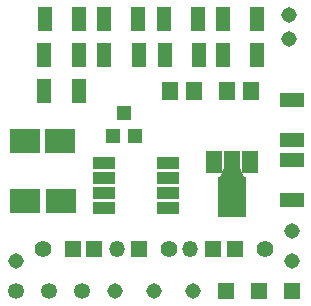
<source format=gbr>
G04 #@! TF.FileFunction,Soldermask,Bot*
%FSLAX46Y46*%
G04 Gerber Fmt 4.6, Leading zero omitted, Abs format (unit mm)*
G04 Created by KiCad (PCBNEW 4.0.5+dfsg1-4) date Thu Oct 12 19:57:19 2017*
%MOMM*%
%LPD*%
G01*
G04 APERTURE LIST*
%ADD10C,0.100000*%
%ADD11R,1.400000X1.650000*%
%ADD12R,2.600000X2.000000*%
%ADD13R,1.416000X1.416000*%
%ADD14C,1.416000*%
%ADD15R,1.314400X1.416000*%
%ADD16O,1.314400X1.416000*%
%ADD17C,1.314400*%
%ADD18O,1.416000X1.314400*%
%ADD19R,1.416000X1.314400*%
%ADD20R,1.200000X1.300000*%
%ADD21R,1.300000X2.100000*%
%ADD22R,2.100000X1.300000*%
%ADD23R,1.400760X1.901140*%
%ADD24R,2.398980X3.399740*%
%ADD25R,1.950000X1.000000*%
G04 APERTURE END LIST*
D10*
D11*
X71723000Y-32893000D03*
X69723000Y-32893000D03*
D12*
X55626000Y-42164000D03*
X52626000Y-42164000D03*
X55578000Y-37084000D03*
X52578000Y-37084000D03*
D11*
X64897000Y-32893000D03*
X66897000Y-32893000D03*
D13*
X56642000Y-46228000D03*
D14*
X54102000Y-46228000D03*
D13*
X70358000Y-46228000D03*
D14*
X72898000Y-46228000D03*
D13*
X62230000Y-46228000D03*
D14*
X64770000Y-46228000D03*
D15*
X68548000Y-46228000D03*
D16*
X66548000Y-46228000D03*
D15*
X58420000Y-46228000D03*
D16*
X60420000Y-46228000D03*
D17*
X74930000Y-26416000D03*
X74930000Y-28416000D03*
X66802000Y-49784000D03*
X75184000Y-44704000D03*
X60198000Y-49784000D03*
X63500000Y-49784000D03*
X51816000Y-47244000D03*
X75184000Y-47244000D03*
D18*
X51816000Y-49784000D03*
X54610000Y-49784000D03*
X57404000Y-49784000D03*
D19*
X69596000Y-49784000D03*
X72390000Y-49784000D03*
X75184000Y-49784000D03*
D20*
X61910000Y-36687000D03*
X60010000Y-36687000D03*
X60960000Y-34687000D03*
D21*
X54250000Y-26797000D03*
X57150000Y-26797000D03*
X54229000Y-29845000D03*
X57129000Y-29845000D03*
X59256000Y-26797000D03*
X62156000Y-26797000D03*
X59309000Y-29845000D03*
X62209000Y-29845000D03*
X64410000Y-29845000D03*
X67310000Y-29845000D03*
X54229000Y-32893000D03*
X57129000Y-32893000D03*
X69342000Y-29845000D03*
X72242000Y-29845000D03*
X69342000Y-26797000D03*
X72242000Y-26797000D03*
X64336000Y-26797000D03*
X67236000Y-26797000D03*
D22*
X75184000Y-33606000D03*
X75184000Y-37006000D03*
X75184000Y-38686000D03*
X75184000Y-42086000D03*
D23*
X68602860Y-38862000D03*
X70104000Y-38862000D03*
X71605140Y-38862000D03*
D24*
X70104000Y-41813480D03*
D10*
G36*
X70804380Y-39389710D02*
X71304760Y-40539010D01*
X68903240Y-40539010D01*
X69403620Y-39389710D01*
X70804380Y-39389710D01*
X70804380Y-39389710D01*
G37*
D25*
X59276000Y-42799000D03*
X59276000Y-41529000D03*
X59276000Y-40259000D03*
X59276000Y-38989000D03*
X64676000Y-38989000D03*
X64676000Y-40259000D03*
X64676000Y-41529000D03*
X64676000Y-42799000D03*
M02*

</source>
